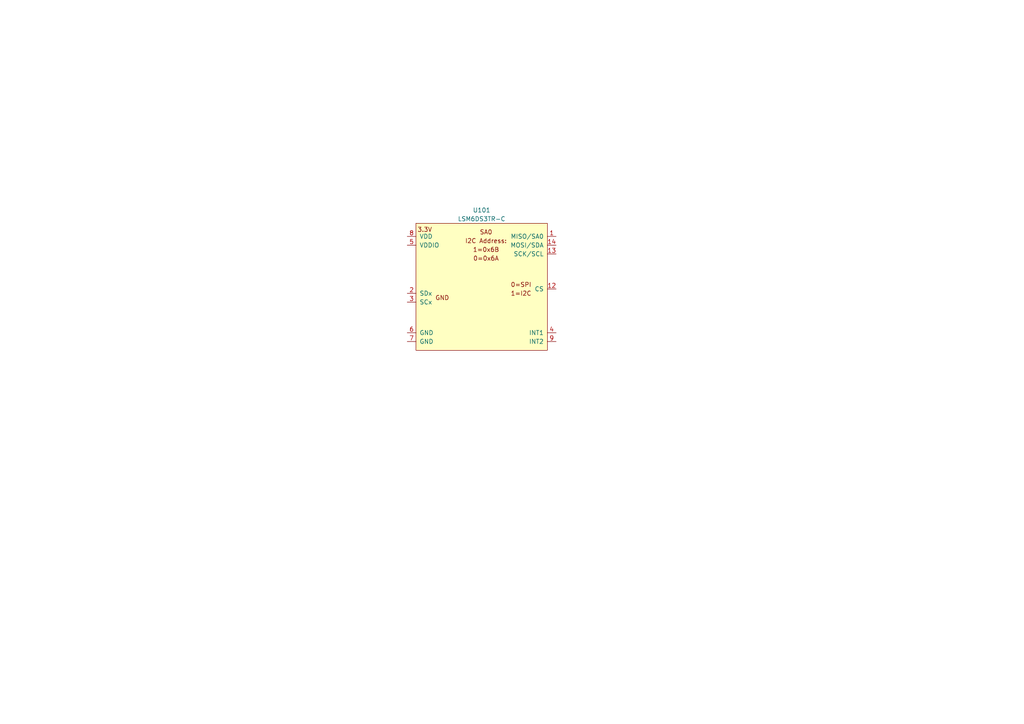
<source format=kicad_sch>
(kicad_sch (version 20211123) (generator eeschema)
  (paper "A4")
  (lib_symbols
    (symbol "LSM6DS3TR-C:LSM6DS3TR-C" (pin_names (offset 1.016))
      (property "Reference" "U101" (at 0 22.86 0))
      (property "Value" "LSM6DS3TR-C" (at 0 20.32 0))
      (symbol "LSM6DS3TR-C_0_0"
        (rectangle (start -19.05 19.05) (end 19.05 -17.78) (fill (type background)))
        (text "0=0x6A" (at 1.27 8.89 0) (effects (font (size 1.27 1.27))))
        (text "0=SPI" (at 11.43 1.27 0) (effects (font (size 1.27 1.27))))
        (text "1=0x6B" (at 1.27 11.43 0) (effects (font (size 1.27 1.27))))
        (text "1=I2C" (at 11.43 -1.27 0) (effects (font (size 1.27 1.27))))
        (text "3.3V" (at -16.51 16.51 0) (effects (font (size 1.27 1.27)) (justify bottom)))
        (text "GND" (at -11.43 -2.54 0) (effects (font (size 1.27 1.27))))
        (text "I2C Address:" (at 1.27 13.97 0) (effects (font (size 1.27 1.27))))
        (text "SA0" (at 1.27 16.51 0) (effects (font (size 1.27 1.27))))
        (pin bidirectional line (at 21.59 15.24 180) (length 2.54) (name "MISO/SA0") (number "1"))
        (pin no_connect line (at -21.59 -7.62 0) (length 2.54) hide (name "NC") (number "10"))
        (pin no_connect line (at -21.59 -7.62 0) (length 2.54) hide (name "NC") (number "11"))
        (pin bidirectional line (at 21.59 0 180) (length 2.54) (name "CS") (number "12"))
        (pin bidirectional line (at 21.59 10.16 180) (length 2.54) (name "SCK/SCL") (number "13"))
        (pin bidirectional line (at 21.59 12.7 180) (length 2.54) (name "MOSI/SDA") (number "14"))
        (pin bidirectional line (at -21.59 -1.27 0) (length 2.54) (name "SDx") (number "2"))
        (pin bidirectional line (at -21.59 -3.81 0) (length 2.54) (name "SCx") (number "3"))
        (pin bidirectional line (at 21.59 -12.7 180) (length 2.54) (name "INT1") (number "4"))
        (pin bidirectional line (at -21.59 12.7 0) (length 2.54) (name "VDDIO") (number "5"))
        (pin bidirectional line (at -21.59 -12.7 0) (length 2.54) (name "GND") (number "6"))
        (pin bidirectional line (at -21.59 -15.24 0) (length 2.54) (name "GND") (number "7"))
        (pin bidirectional line (at -21.59 15.24 0) (length 2.54) (name "VDD") (number "8"))
        (pin bidirectional line (at 21.59 -15.24 180) (length 2.54) (name "INT2") (number "9"))
      )
    )
  )
  (symbol (lib_id "LSM6DS3TR-C:LSM6DS3TR-C") (at 139.7 83.82 0) (unit 1)
    (property "Reference" "U101" (at 139.7 60.96 0))
    (property "Value" "LSM6DS3TR-C" (at 139.7 63.5 0))
    (property "Footprint" "LSM6DS3TR-C:LGA-14-2.5X3MM" (effects hide))
    (property "JLCPCB P/N" "C967633" (effects hide))
  )
)
</source>
